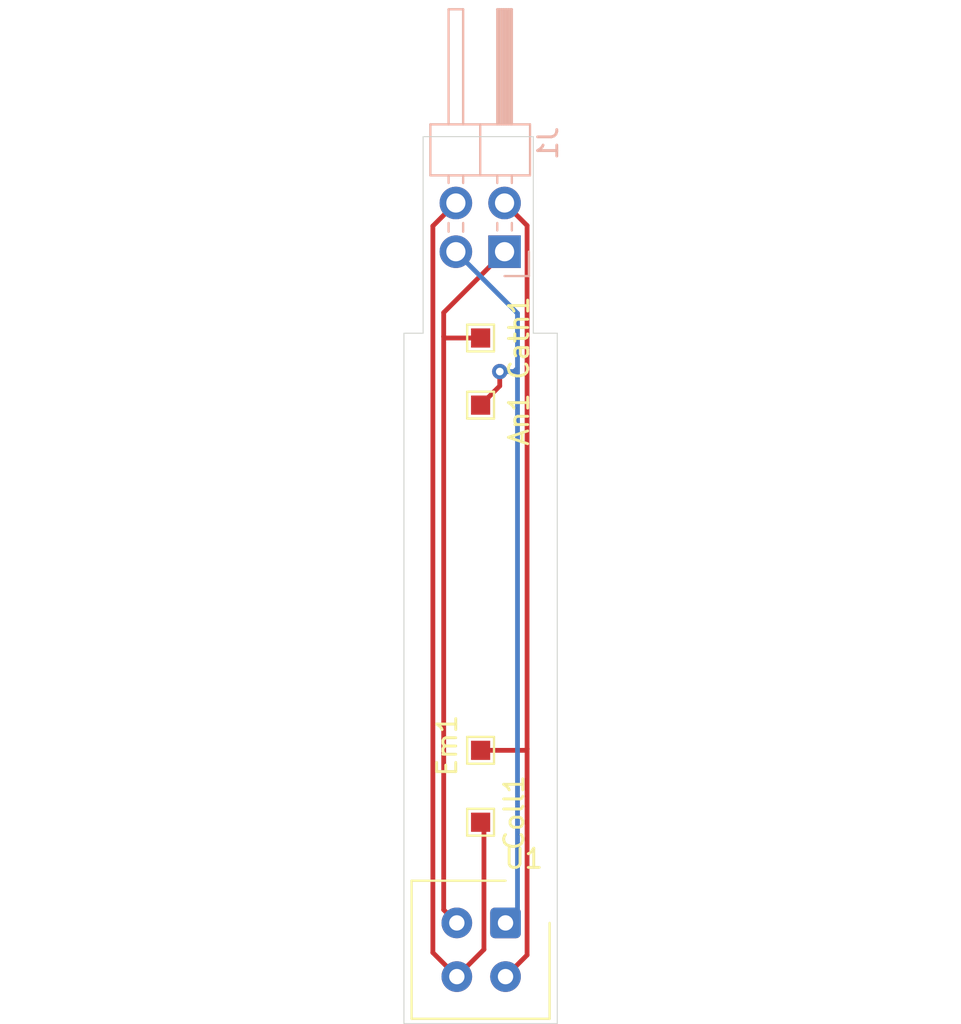
<source format=kicad_pcb>
(kicad_pcb (version 20171130) (host pcbnew "(5.1.7)-1")

  (general
    (thickness 1.6)
    (drawings 13)
    (tracks 27)
    (zones 0)
    (modules 7)
    (nets 5)
  )

  (page A4)
  (layers
    (0 F.Cu signal)
    (31 B.Cu signal)
    (32 B.Adhes user)
    (33 F.Adhes user)
    (34 B.Paste user)
    (35 F.Paste user)
    (36 B.SilkS user)
    (37 F.SilkS user)
    (38 B.Mask user)
    (39 F.Mask user)
    (40 Dwgs.User user)
    (41 Cmts.User user)
    (42 Eco1.User user)
    (43 Eco2.User user)
    (44 Edge.Cuts user)
    (45 Margin user)
    (46 B.CrtYd user)
    (47 F.CrtYd user)
    (48 B.Fab user hide)
    (49 F.Fab user hide)
  )

  (setup
    (last_trace_width 0.25)
    (trace_clearance 0.2)
    (zone_clearance 0.508)
    (zone_45_only no)
    (trace_min 0.2)
    (via_size 0.8)
    (via_drill 0.4)
    (via_min_size 0.4)
    (via_min_drill 0.3)
    (uvia_size 0.3)
    (uvia_drill 0.1)
    (uvias_allowed no)
    (uvia_min_size 0.2)
    (uvia_min_drill 0.1)
    (edge_width 0.05)
    (segment_width 0.2)
    (pcb_text_width 0.3)
    (pcb_text_size 1.5 1.5)
    (mod_edge_width 0.12)
    (mod_text_size 1 1)
    (mod_text_width 0.15)
    (pad_size 1.524 1.524)
    (pad_drill 0.762)
    (pad_to_mask_clearance 0)
    (aux_axis_origin 0 0)
    (visible_elements 7FFFFFFF)
    (pcbplotparams
      (layerselection 0x010fc_ffffffff)
      (usegerberextensions false)
      (usegerberattributes true)
      (usegerberadvancedattributes true)
      (creategerberjobfile true)
      (excludeedgelayer true)
      (linewidth 0.100000)
      (plotframeref false)
      (viasonmask false)
      (mode 1)
      (useauxorigin false)
      (hpglpennumber 1)
      (hpglpenspeed 20)
      (hpglpendiameter 15.000000)
      (psnegative false)
      (psa4output false)
      (plotreference true)
      (plotvalue true)
      (plotinvisibletext false)
      (padsonsilk false)
      (subtractmaskfromsilk false)
      (outputformat 1)
      (mirror false)
      (drillshape 1)
      (scaleselection 1)
      (outputdirectory ""))
  )

  (net 0 "")
  (net 1 /Cathode)
  (net 2 /Emitter)
  (net 3 /Anode)
  (net 4 /Collector)

  (net_class Default "This is the default net class."
    (clearance 0.2)
    (trace_width 0.25)
    (via_dia 0.8)
    (via_drill 0.4)
    (uvia_dia 0.3)
    (uvia_drill 0.1)
    (add_net /Anode)
    (add_net /Cathode)
    (add_net /Collector)
    (add_net /Emitter)
  )

  (module OptoDevice:Vishay_CNY70 (layer F.Cu) (tedit 5B8AF8E9) (tstamp 603B0AEE)
    (at 176.3 131 270)
    (descr "package for Vishay CNY70 refective photo coupler/interrupter")
    (tags "Vishay CNY70 refective photo coupler")
    (path /603B0913)
    (fp_text reference U1 (at -3.35 -0.95 180) (layer F.SilkS)
      (effects (font (size 1 1) (thickness 0.15)))
    )
    (fp_text value CNY70 (at 1.4 5.8 90) (layer F.Fab)
      (effects (font (size 1 1) (thickness 0.15)))
    )
    (fp_line (start 5.15 5.05) (end -2.35 5.05) (layer F.CrtYd) (width 0.05))
    (fp_line (start 5.15 5.05) (end 5.15 -2.45) (layer F.CrtYd) (width 0.05))
    (fp_line (start -2.35 -2.45) (end -2.35 5.05) (layer F.CrtYd) (width 0.05))
    (fp_line (start -2.35 -2.45) (end 5.15 -2.45) (layer F.CrtYd) (width 0.05))
    (fp_line (start -1.1 -2.2) (end 4.9 -2.2) (layer F.Fab) (width 0.1))
    (fp_line (start 4.9 -2.2) (end 4.9 4.8) (layer F.Fab) (width 0.1))
    (fp_line (start 4.9 4.8) (end -2.1 4.8) (layer F.Fab) (width 0.1))
    (fp_line (start -2.1 4.8) (end -2.1 -1.2) (layer F.Fab) (width 0.1))
    (fp_line (start -2.1 -1.2) (end -1.1 -2.2) (layer F.Fab) (width 0.1))
    (fp_line (start 1.2 -2.2) (end 1.2 -1.9) (layer F.Fab) (width 0.1))
    (fp_line (start 1.2 -1.9) (end 1.6 -1.9) (layer F.Fab) (width 0.1))
    (fp_line (start 1.6 -1.9) (end 1.6 -2.2) (layer F.Fab) (width 0.1))
    (fp_line (start 1.6 4.8) (end 1.6 4.5) (layer F.Fab) (width 0.1))
    (fp_line (start 1.6 4.5) (end 1.2 4.5) (layer F.Fab) (width 0.1))
    (fp_line (start 1.2 4.5) (end 1.2 4.8) (layer F.Fab) (width 0.1))
    (fp_line (start 3.9 3.9) (end 3.9 -1.2) (layer F.Fab) (width 0.1))
    (fp_line (start 3.9 -1.2) (end -1.1 -1.2) (layer F.Fab) (width 0.1))
    (fp_line (start -1.1 -1.2) (end -1.1 3.9) (layer F.Fab) (width 0.1))
    (fp_line (start -1.1 3.9) (end 3.9 3.9) (layer F.Fab) (width 0.1))
    (fp_line (start 5 -2.3) (end 0 -2.3) (layer F.SilkS) (width 0.12))
    (fp_line (start -2.2 0) (end -2.2 4.9) (layer F.SilkS) (width 0.12))
    (fp_line (start -2.2 4.9) (end 5 4.9) (layer F.SilkS) (width 0.12))
    (fp_line (start 5 4.9) (end 5 -2.3) (layer F.SilkS) (width 0.12))
    (fp_text user %R (at 1.5 1.4 90) (layer F.Fab)
      (effects (font (size 1 1) (thickness 0.15)))
    )
    (pad 1 thru_hole roundrect (at 0 0 270) (size 1.6 1.6) (drill 0.8) (layers *.Cu *.Mask) (roundrect_rratio 0.156)
      (net 3 /Anode))
    (pad 2 thru_hole circle (at 0 2.54 270) (size 1.6 1.6) (drill 0.8) (layers *.Cu *.Mask)
      (net 1 /Cathode))
    (pad 3 thru_hole circle (at 2.8 2.54 270) (size 1.6 1.6) (drill 0.8) (layers *.Cu *.Mask)
      (net 4 /Collector))
    (pad 4 thru_hole circle (at 2.8 0 270) (size 1.6 1.6) (drill 0.8) (layers *.Cu *.Mask)
      (net 2 /Emitter))
    (model ${KISYS3DMOD}/OptoDevice.3dshapes/Vishay_CNY70.wrl
      (at (xyz 0 0 0))
      (scale (xyz 1 1 1))
      (rotate (xyz 0 0 0))
    )
  )

  (module TestPoint:TestPoint_Pad_1.0x1.0mm (layer F.Cu) (tedit 5A0F774F) (tstamp 603B070C)
    (at 175 122)
    (descr "SMD rectangular pad as test Point, square 1.0mm side length")
    (tags "test point SMD pad rectangle square")
    (path /603B3794)
    (attr virtual)
    (fp_text reference Em1 (at -1.75 -0.25 90) (layer F.SilkS)
      (effects (font (size 1 1) (thickness 0.15)))
    )
    (fp_text value TestPoint (at 0 1.55) (layer F.Fab)
      (effects (font (size 1 1) (thickness 0.15)))
    )
    (fp_line (start 1 1) (end -1 1) (layer F.CrtYd) (width 0.05))
    (fp_line (start 1 1) (end 1 -1) (layer F.CrtYd) (width 0.05))
    (fp_line (start -1 -1) (end -1 1) (layer F.CrtYd) (width 0.05))
    (fp_line (start -1 -1) (end 1 -1) (layer F.CrtYd) (width 0.05))
    (fp_line (start -0.7 0.7) (end -0.7 -0.7) (layer F.SilkS) (width 0.12))
    (fp_line (start 0.7 0.7) (end -0.7 0.7) (layer F.SilkS) (width 0.12))
    (fp_line (start 0.7 -0.7) (end 0.7 0.7) (layer F.SilkS) (width 0.12))
    (fp_line (start -0.7 -0.7) (end 0.7 -0.7) (layer F.SilkS) (width 0.12))
    (fp_text user %R (at 0 -1.45) (layer F.Fab)
      (effects (font (size 1 1) (thickness 0.15)))
    )
    (pad 1 smd rect (at 0 0) (size 1 1) (layers F.Cu F.Mask)
      (net 2 /Emitter))
  )

  (module TestPoint:TestPoint_Pad_1.0x1.0mm (layer F.Cu) (tedit 5A0F774F) (tstamp 603B06FE)
    (at 175 125.75)
    (descr "SMD rectangular pad as test Point, square 1.0mm side length")
    (tags "test point SMD pad rectangle square")
    (path /603B2707)
    (attr virtual)
    (fp_text reference Coll1 (at 1.75 -0.5 90) (layer F.SilkS)
      (effects (font (size 1 1) (thickness 0.15)))
    )
    (fp_text value TestPoint (at 0 1.55) (layer F.Fab)
      (effects (font (size 1 1) (thickness 0.15)))
    )
    (fp_line (start 1 1) (end -1 1) (layer F.CrtYd) (width 0.05))
    (fp_line (start 1 1) (end 1 -1) (layer F.CrtYd) (width 0.05))
    (fp_line (start -1 -1) (end -1 1) (layer F.CrtYd) (width 0.05))
    (fp_line (start -1 -1) (end 1 -1) (layer F.CrtYd) (width 0.05))
    (fp_line (start -0.7 0.7) (end -0.7 -0.7) (layer F.SilkS) (width 0.12))
    (fp_line (start 0.7 0.7) (end -0.7 0.7) (layer F.SilkS) (width 0.12))
    (fp_line (start 0.7 -0.7) (end 0.7 0.7) (layer F.SilkS) (width 0.12))
    (fp_line (start -0.7 -0.7) (end 0.7 -0.7) (layer F.SilkS) (width 0.12))
    (fp_text user %R (at 0 -1.45) (layer F.Fab)
      (effects (font (size 1 1) (thickness 0.15)))
    )
    (pad 1 smd rect (at 0 0) (size 1 1) (layers F.Cu F.Mask)
      (net 4 /Collector))
  )

  (module TestPoint:TestPoint_Pad_1.0x1.0mm (layer F.Cu) (tedit 5A0F774F) (tstamp 603B06F0)
    (at 175 100.5)
    (descr "SMD rectangular pad as test Point, square 1.0mm side length")
    (tags "test point SMD pad rectangle square")
    (path /603B432D)
    (attr virtual)
    (fp_text reference Cath1 (at 2 0 90) (layer F.SilkS)
      (effects (font (size 1 1) (thickness 0.15)))
    )
    (fp_text value TestPoint (at 0 1.55) (layer F.Fab)
      (effects (font (size 1 1) (thickness 0.15)))
    )
    (fp_line (start 1 1) (end -1 1) (layer F.CrtYd) (width 0.05))
    (fp_line (start 1 1) (end 1 -1) (layer F.CrtYd) (width 0.05))
    (fp_line (start -1 -1) (end -1 1) (layer F.CrtYd) (width 0.05))
    (fp_line (start -1 -1) (end 1 -1) (layer F.CrtYd) (width 0.05))
    (fp_line (start -0.7 0.7) (end -0.7 -0.7) (layer F.SilkS) (width 0.12))
    (fp_line (start 0.7 0.7) (end -0.7 0.7) (layer F.SilkS) (width 0.12))
    (fp_line (start 0.7 -0.7) (end 0.7 0.7) (layer F.SilkS) (width 0.12))
    (fp_line (start -0.7 -0.7) (end 0.7 -0.7) (layer F.SilkS) (width 0.12))
    (fp_text user %R (at 0 -1.45) (layer F.Fab)
      (effects (font (size 1 1) (thickness 0.15)))
    )
    (pad 1 smd rect (at 0 0) (size 1 1) (layers F.Cu F.Mask)
      (net 1 /Cathode))
  )

  (module TestPoint:TestPoint_Pad_1.0x1.0mm (layer F.Cu) (tedit 5A0F774F) (tstamp 603B06E2)
    (at 175 104)
    (descr "SMD rectangular pad as test Point, square 1.0mm side length")
    (tags "test point SMD pad rectangle square")
    (path /603B4D4C)
    (attr virtual)
    (fp_text reference An1 (at 2 0.75 90) (layer F.SilkS)
      (effects (font (size 1 1) (thickness 0.15)))
    )
    (fp_text value TestPoint (at 0 1.55) (layer F.Fab)
      (effects (font (size 1 1) (thickness 0.15)))
    )
    (fp_line (start 1 1) (end -1 1) (layer F.CrtYd) (width 0.05))
    (fp_line (start 1 1) (end 1 -1) (layer F.CrtYd) (width 0.05))
    (fp_line (start -1 -1) (end -1 1) (layer F.CrtYd) (width 0.05))
    (fp_line (start -1 -1) (end 1 -1) (layer F.CrtYd) (width 0.05))
    (fp_line (start -0.7 0.7) (end -0.7 -0.7) (layer F.SilkS) (width 0.12))
    (fp_line (start 0.7 0.7) (end -0.7 0.7) (layer F.SilkS) (width 0.12))
    (fp_line (start 0.7 -0.7) (end 0.7 0.7) (layer F.SilkS) (width 0.12))
    (fp_line (start -0.7 -0.7) (end 0.7 -0.7) (layer F.SilkS) (width 0.12))
    (fp_text user %R (at 0 -1.45) (layer F.Fab)
      (effects (font (size 1 1) (thickness 0.15)))
    )
    (pad 1 smd rect (at 0 0) (size 1 1) (layers F.Cu F.Mask)
      (net 3 /Anode))
  )

  (module Pin_Headers:Pin_Header_Angled_2x02_Pitch2.54mm (layer B.Cu) (tedit 59650532) (tstamp 603B06D4)
    (at 176.25 96 90)
    (descr "Through hole angled pin header, 2x02, 2.54mm pitch, 6mm pin length, double rows")
    (tags "Through hole angled pin header THT 2x02 2.54mm double row")
    (path /603B1A9B)
    (fp_text reference J1 (at 5.655 2.27 270) (layer B.SilkS)
      (effects (font (size 1 1) (thickness 0.15)) (justify mirror))
    )
    (fp_text value Conn_02x02_Odd_Even (at 5.655 -4.81 270) (layer B.Fab)
      (effects (font (size 1 1) (thickness 0.15)) (justify mirror))
    )
    (fp_line (start 4.675 1.27) (end 6.58 1.27) (layer B.Fab) (width 0.1))
    (fp_line (start 6.58 1.27) (end 6.58 -3.81) (layer B.Fab) (width 0.1))
    (fp_line (start 6.58 -3.81) (end 4.04 -3.81) (layer B.Fab) (width 0.1))
    (fp_line (start 4.04 -3.81) (end 4.04 0.635) (layer B.Fab) (width 0.1))
    (fp_line (start 4.04 0.635) (end 4.675 1.27) (layer B.Fab) (width 0.1))
    (fp_line (start -0.32 0.32) (end 4.04 0.32) (layer B.Fab) (width 0.1))
    (fp_line (start -0.32 0.32) (end -0.32 -0.32) (layer B.Fab) (width 0.1))
    (fp_line (start -0.32 -0.32) (end 4.04 -0.32) (layer B.Fab) (width 0.1))
    (fp_line (start 6.58 0.32) (end 12.58 0.32) (layer B.Fab) (width 0.1))
    (fp_line (start 12.58 0.32) (end 12.58 -0.32) (layer B.Fab) (width 0.1))
    (fp_line (start 6.58 -0.32) (end 12.58 -0.32) (layer B.Fab) (width 0.1))
    (fp_line (start -0.32 -2.22) (end 4.04 -2.22) (layer B.Fab) (width 0.1))
    (fp_line (start -0.32 -2.22) (end -0.32 -2.86) (layer B.Fab) (width 0.1))
    (fp_line (start -0.32 -2.86) (end 4.04 -2.86) (layer B.Fab) (width 0.1))
    (fp_line (start 6.58 -2.22) (end 12.58 -2.22) (layer B.Fab) (width 0.1))
    (fp_line (start 12.58 -2.22) (end 12.58 -2.86) (layer B.Fab) (width 0.1))
    (fp_line (start 6.58 -2.86) (end 12.58 -2.86) (layer B.Fab) (width 0.1))
    (fp_line (start 3.98 1.33) (end 3.98 -3.87) (layer B.SilkS) (width 0.12))
    (fp_line (start 3.98 -3.87) (end 6.64 -3.87) (layer B.SilkS) (width 0.12))
    (fp_line (start 6.64 -3.87) (end 6.64 1.33) (layer B.SilkS) (width 0.12))
    (fp_line (start 6.64 1.33) (end 3.98 1.33) (layer B.SilkS) (width 0.12))
    (fp_line (start 6.64 0.38) (end 12.64 0.38) (layer B.SilkS) (width 0.12))
    (fp_line (start 12.64 0.38) (end 12.64 -0.38) (layer B.SilkS) (width 0.12))
    (fp_line (start 12.64 -0.38) (end 6.64 -0.38) (layer B.SilkS) (width 0.12))
    (fp_line (start 6.64 0.32) (end 12.64 0.32) (layer B.SilkS) (width 0.12))
    (fp_line (start 6.64 0.2) (end 12.64 0.2) (layer B.SilkS) (width 0.12))
    (fp_line (start 6.64 0.08) (end 12.64 0.08) (layer B.SilkS) (width 0.12))
    (fp_line (start 6.64 -0.04) (end 12.64 -0.04) (layer B.SilkS) (width 0.12))
    (fp_line (start 6.64 -0.16) (end 12.64 -0.16) (layer B.SilkS) (width 0.12))
    (fp_line (start 6.64 -0.28) (end 12.64 -0.28) (layer B.SilkS) (width 0.12))
    (fp_line (start 3.582929 0.38) (end 3.98 0.38) (layer B.SilkS) (width 0.12))
    (fp_line (start 3.582929 -0.38) (end 3.98 -0.38) (layer B.SilkS) (width 0.12))
    (fp_line (start 1.11 0.38) (end 1.497071 0.38) (layer B.SilkS) (width 0.12))
    (fp_line (start 1.11 -0.38) (end 1.497071 -0.38) (layer B.SilkS) (width 0.12))
    (fp_line (start 3.98 -1.27) (end 6.64 -1.27) (layer B.SilkS) (width 0.12))
    (fp_line (start 6.64 -2.16) (end 12.64 -2.16) (layer B.SilkS) (width 0.12))
    (fp_line (start 12.64 -2.16) (end 12.64 -2.92) (layer B.SilkS) (width 0.12))
    (fp_line (start 12.64 -2.92) (end 6.64 -2.92) (layer B.SilkS) (width 0.12))
    (fp_line (start 3.582929 -2.16) (end 3.98 -2.16) (layer B.SilkS) (width 0.12))
    (fp_line (start 3.582929 -2.92) (end 3.98 -2.92) (layer B.SilkS) (width 0.12))
    (fp_line (start 1.042929 -2.16) (end 1.497071 -2.16) (layer B.SilkS) (width 0.12))
    (fp_line (start 1.042929 -2.92) (end 1.497071 -2.92) (layer B.SilkS) (width 0.12))
    (fp_line (start -1.27 0) (end -1.27 1.27) (layer B.SilkS) (width 0.12))
    (fp_line (start -1.27 1.27) (end 0 1.27) (layer B.SilkS) (width 0.12))
    (fp_line (start -1.8 1.8) (end -1.8 -4.35) (layer B.CrtYd) (width 0.05))
    (fp_line (start -1.8 -4.35) (end 13.1 -4.35) (layer B.CrtYd) (width 0.05))
    (fp_line (start 13.1 -4.35) (end 13.1 1.8) (layer B.CrtYd) (width 0.05))
    (fp_line (start 13.1 1.8) (end -1.8 1.8) (layer B.CrtYd) (width 0.05))
    (fp_text user %R (at 5.31 -1.27) (layer B.Fab)
      (effects (font (size 1 1) (thickness 0.15)) (justify mirror))
    )
    (pad 1 thru_hole rect (at 0 0 90) (size 1.7 1.7) (drill 1) (layers *.Cu *.Mask)
      (net 1 /Cathode))
    (pad 2 thru_hole oval (at 2.54 0 90) (size 1.7 1.7) (drill 1) (layers *.Cu *.Mask)
      (net 2 /Emitter))
    (pad 3 thru_hole oval (at 0 -2.54 90) (size 1.7 1.7) (drill 1) (layers *.Cu *.Mask)
      (net 3 /Anode))
    (pad 4 thru_hole oval (at 2.54 -2.54 90) (size 1.7 1.7) (drill 1) (layers *.Cu *.Mask)
      (net 4 /Collector))
    (model ${KISYS3DMOD}/Pin_Headers.3dshapes/Pin_Header_Angled_2x02_Pitch2.54mm.wrl
      (at (xyz 0 0 0))
      (scale (xyz 1 1 1))
      (rotate (xyz 0 0 0))
    )
  )

  (module Mounting_Holes:MountingHole_3.2mm_M3 (layer F.Cu) (tedit 56D1B4CB) (tstamp 603B06CE)
    (at 175 110)
    (descr "Mounting Hole 3.2mm, no annular, M3")
    (tags "mounting hole 3.2mm no annular m3")
    (path /603B60F7)
    (attr virtual)
    (fp_text reference H1 (at 0 -4.2) (layer F.SilkS) hide
      (effects (font (size 1 1) (thickness 0.15)))
    )
    (fp_text value MountingHole (at 0 4.2) (layer F.Fab)
      (effects (font (size 1 1) (thickness 0.15)))
    )
    (fp_circle (center 0 0) (end 3.2 0) (layer Cmts.User) (width 0.15))
    (fp_circle (center 0 0) (end 3.45 0) (layer F.CrtYd) (width 0.05))
    (fp_text user %R (at 0.3 0) (layer F.Fab)
      (effects (font (size 1 1) (thickness 0.15)))
    )
    (pad 1 np_thru_hole circle (at 0 0) (size 3.2 3.2) (drill 3.2) (layers *.Cu *.Mask))
  )

  (gr_line (start 177.75 100.25) (end 177.75 90) (layer Edge.Cuts) (width 0.05))
  (gr_line (start 179 100.25) (end 177.75 100.25) (layer Edge.Cuts) (width 0.05))
  (gr_line (start 172 100.25) (end 172 90) (layer Edge.Cuts) (width 0.05))
  (gr_line (start 171 100.25) (end 172 100.25) (layer Edge.Cuts) (width 0.05))
  (gr_line (start 179.75 128.5) (end 183.5 128.5) (layer Cmts.User) (width 0.15))
  (gr_line (start 171 100.25) (end 171 136.25) (layer Edge.Cuts) (width 0.05) (tstamp 603B07E2))
  (gr_line (start 177.75 90) (end 172 90) (layer Edge.Cuts) (width 0.05))
  (gr_line (start 179 136.25) (end 179 100.25) (layer Edge.Cuts) (width 0.05))
  (gr_line (start 171 136.25) (end 179 136.25) (layer Edge.Cuts) (width 0.05))
  (gr_line (start 150 113.25) (end 200 113.25) (layer Cmts.User) (width 0.15) (tstamp 603B07DB))
  (gr_line (start 150 106.75) (end 200 106.75) (layer Cmts.User) (width 0.15))
  (gr_line (start 150 120) (end 200 120) (layer Cmts.User) (width 0.15))
  (gr_line (start 150 100) (end 200 100) (layer Cmts.User) (width 0.15))

  (via (at 176 102.25) (size 0.8) (drill 0.4) (layers F.Cu B.Cu) (net 3))
  (segment (start 173.074999 99.175001) (end 176.25 96) (width 0.25) (layer F.Cu) (net 1))
  (segment (start 173.76 131) (end 173.074999 130.314999) (width 0.25) (layer F.Cu) (net 1))
  (segment (start 173.149998 100.5) (end 173.074999 100.425001) (width 0.25) (layer F.Cu) (net 1))
  (segment (start 175 100.5) (end 173.149998 100.5) (width 0.25) (layer F.Cu) (net 1))
  (segment (start 173.074999 100.425001) (end 173.074999 99.175001) (width 0.25) (layer F.Cu) (net 1))
  (segment (start 173.074999 130.314999) (end 173.074999 100.425001) (width 0.25) (layer F.Cu) (net 1))
  (segment (start 177.42501 94.63501) (end 176.25 93.46) (width 0.25) (layer F.Cu) (net 2))
  (segment (start 176.3 133.8) (end 177.42501 132.67499) (width 0.25) (layer F.Cu) (net 2))
  (segment (start 175 122) (end 177.35002 122) (width 0.25) (layer F.Cu) (net 2))
  (segment (start 177.35002 122) (end 177.42501 121.92501) (width 0.25) (layer F.Cu) (net 2))
  (segment (start 177.42501 121.92501) (end 177.42501 94.63501) (width 0.25) (layer F.Cu) (net 2))
  (segment (start 177.42501 132.67499) (end 177.42501 121.92501) (width 0.25) (layer F.Cu) (net 2))
  (segment (start 176.925001 99.215001) (end 173.71 96) (width 0.25) (layer B.Cu) (net 3))
  (segment (start 176.3 131) (end 176.925001 130.374999) (width 0.25) (layer B.Cu) (net 3))
  (segment (start 176 103) (end 175 104) (width 0.25) (layer F.Cu) (net 3))
  (segment (start 176 102.25) (end 176 103) (width 0.25) (layer F.Cu) (net 3))
  (segment (start 176.75 102.25) (end 176.925001 102.074999) (width 0.25) (layer B.Cu) (net 3))
  (segment (start 176 102.25) (end 176.75 102.25) (width 0.25) (layer B.Cu) (net 3))
  (segment (start 176.925001 102.074999) (end 176.925001 99.215001) (width 0.25) (layer B.Cu) (net 3))
  (segment (start 176.925001 130.374999) (end 176.925001 102.074999) (width 0.25) (layer B.Cu) (net 3))
  (segment (start 172.509991 94.660009) (end 173.71 93.46) (width 0.25) (layer F.Cu) (net 4))
  (segment (start 172.509991 132.549991) (end 172.509991 94.660009) (width 0.25) (layer F.Cu) (net 4))
  (segment (start 173.76 133.8) (end 172.509991 132.549991) (width 0.25) (layer F.Cu) (net 4))
  (segment (start 175.17499 125.92499) (end 175 125.75) (width 0.25) (layer F.Cu) (net 4))
  (segment (start 175.17499 132.38501) (end 175.17499 125.92499) (width 0.25) (layer F.Cu) (net 4))
  (segment (start 173.76 133.8) (end 175.17499 132.38501) (width 0.25) (layer F.Cu) (net 4))

)

</source>
